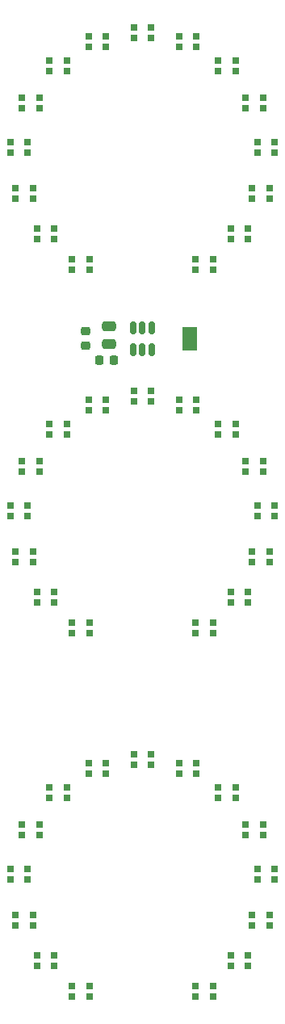
<source format=gbr>
%TF.GenerationSoftware,KiCad,Pcbnew,9.0.0*%
%TF.CreationDate,2025-03-15T09:27:42-04:00*%
%TF.ProjectId,cnc-hmi-encleds,636e632d-686d-4692-9d65-6e636c656473,rev?*%
%TF.SameCoordinates,Original*%
%TF.FileFunction,Soldermask,Top*%
%TF.FilePolarity,Negative*%
%FSLAX46Y46*%
G04 Gerber Fmt 4.6, Leading zero omitted, Abs format (unit mm)*
G04 Created by KiCad (PCBNEW 9.0.0) date 2025-03-15 09:27:42*
%MOMM*%
%LPD*%
G01*
G04 APERTURE LIST*
G04 Aperture macros list*
%AMRoundRect*
0 Rectangle with rounded corners*
0 $1 Rounding radius*
0 $2 $3 $4 $5 $6 $7 $8 $9 X,Y pos of 4 corners*
0 Add a 4 corners polygon primitive as box body*
4,1,4,$2,$3,$4,$5,$6,$7,$8,$9,$2,$3,0*
0 Add four circle primitives for the rounded corners*
1,1,$1+$1,$2,$3*
1,1,$1+$1,$4,$5*
1,1,$1+$1,$6,$7*
1,1,$1+$1,$8,$9*
0 Add four rect primitives between the rounded corners*
20,1,$1+$1,$2,$3,$4,$5,0*
20,1,$1+$1,$4,$5,$6,$7,0*
20,1,$1+$1,$6,$7,$8,$9,0*
20,1,$1+$1,$8,$9,$2,$3,0*%
%AMFreePoly0*
4,1,6,1.000000,0.000000,0.500000,-0.750000,-0.500000,-0.750000,-0.500000,0.750000,0.500000,0.750000,1.000000,0.000000,1.000000,0.000000,$1*%
%AMFreePoly1*
4,1,6,0.500000,-0.750000,-0.650000,-0.750000,-0.150000,0.000000,-0.650000,0.750000,0.500000,0.750000,0.500000,-0.750000,0.500000,-0.750000,$1*%
G04 Aperture macros list end*
%ADD10RoundRect,0.250000X-0.475000X0.250000X-0.475000X-0.250000X0.475000X-0.250000X0.475000X0.250000X0*%
%ADD11RoundRect,0.225000X-0.250000X0.225000X-0.250000X-0.225000X0.250000X-0.225000X0.250000X0.225000X0*%
%ADD12RoundRect,0.225000X0.225000X0.250000X-0.225000X0.250000X-0.225000X-0.250000X0.225000X-0.250000X0*%
%ADD13R,0.700000X0.700000*%
%ADD14FreePoly0,90.000000*%
%ADD15FreePoly1,90.000000*%
%ADD16RoundRect,0.150000X0.150000X-0.512500X0.150000X0.512500X-0.150000X0.512500X-0.150000X-0.512500X0*%
G04 APERTURE END LIST*
%TO.C,JP1*%
G36*
X160196000Y-77298000D02*
G01*
X161696000Y-77298000D01*
X161696000Y-74848000D01*
X160196000Y-74848000D01*
X160196000Y-77298000D01*
G37*
%TD*%
D10*
%TO.C,C3*%
X152527000Y-74742000D03*
X152527000Y-76642000D03*
%TD*%
D11*
%TO.C,C2*%
X150009800Y-75295800D03*
X150009800Y-76845800D03*
%TD*%
D12*
%TO.C,C1*%
X153048000Y-78359000D03*
X151498000Y-78359000D03*
%TD*%
D13*
%TO.C,D45*%
X161594800Y-143929130D03*
X161594800Y-145029130D03*
X163424800Y-145029130D03*
X163424800Y-143929130D03*
%TD*%
%TO.C,D1*%
X148594800Y-67729130D03*
X148594800Y-68829130D03*
X150424800Y-68829130D03*
X150424800Y-67729130D03*
%TD*%
%TO.C,D4*%
X142131151Y-55499309D03*
X142131151Y-56599309D03*
X143961151Y-56599309D03*
X143961151Y-55499309D03*
%TD*%
%TO.C,D23*%
X155094800Y-81570800D03*
X155094800Y-82670800D03*
X156924800Y-82670800D03*
X156924800Y-81570800D03*
%TD*%
%TO.C,D40*%
X163937046Y-123141126D03*
X163937046Y-124241126D03*
X165767046Y-124241126D03*
X165767046Y-123141126D03*
%TD*%
%TO.C,D21*%
X146252554Y-85041126D03*
X146252554Y-86141126D03*
X148082554Y-86141126D03*
X148082554Y-85041126D03*
%TD*%
%TO.C,D2*%
X144930991Y-64576167D03*
X144930991Y-65676167D03*
X146760991Y-65676167D03*
X146760991Y-64576167D03*
%TD*%
%TO.C,D35*%
X143382205Y-127030311D03*
X143382205Y-128130311D03*
X145212205Y-128130311D03*
X145212205Y-127030311D03*
%TD*%
%TO.C,D44*%
X165258609Y-140776167D03*
X165258609Y-141876167D03*
X167088609Y-141876167D03*
X167088609Y-140776167D03*
%TD*%
%TO.C,D43*%
X167517246Y-136502617D03*
X167517246Y-137602617D03*
X169347246Y-137602617D03*
X169347246Y-136502617D03*
%TD*%
%TO.C,D15*%
X161594800Y-67729130D03*
X161594800Y-68829130D03*
X163424800Y-68829130D03*
X163424800Y-67729130D03*
%TD*%
%TO.C,D3*%
X142672354Y-60302617D03*
X142672354Y-61402617D03*
X144502354Y-61402617D03*
X144502354Y-60302617D03*
%TD*%
%TO.C,D36*%
X146252554Y-123141126D03*
X146252554Y-124241126D03*
X148082554Y-124241126D03*
X148082554Y-123141126D03*
%TD*%
%TO.C,D8*%
X155094800Y-43470800D03*
X155094800Y-44570800D03*
X156924800Y-44570800D03*
X156924800Y-43470800D03*
%TD*%
%TO.C,D41*%
X166807395Y-127030311D03*
X166807395Y-128130311D03*
X168637395Y-128130311D03*
X168637395Y-127030311D03*
%TD*%
%TO.C,D28*%
X167517246Y-98402617D03*
X167517246Y-99502617D03*
X169347246Y-99502617D03*
X169347246Y-98402617D03*
%TD*%
%TO.C,D14*%
X165258609Y-64576167D03*
X165258609Y-65676167D03*
X167088609Y-65676167D03*
X167088609Y-64576167D03*
%TD*%
%TO.C,D34*%
X142131151Y-131699309D03*
X142131151Y-132799309D03*
X143961151Y-132799309D03*
X143961151Y-131699309D03*
%TD*%
%TO.C,D18*%
X142672354Y-98402617D03*
X142672354Y-99502617D03*
X144502354Y-99502617D03*
X144502354Y-98402617D03*
%TD*%
%TO.C,D31*%
X148594800Y-143929130D03*
X148594800Y-145029130D03*
X150424800Y-145029130D03*
X150424800Y-143929130D03*
%TD*%
%TO.C,D16*%
X148594800Y-105829130D03*
X148594800Y-106929130D03*
X150424800Y-106929130D03*
X150424800Y-105829130D03*
%TD*%
%TO.C,D37*%
X150345367Y-120569441D03*
X150345367Y-121669441D03*
X152175367Y-121669441D03*
X152175367Y-120569441D03*
%TD*%
%TO.C,D6*%
X146252554Y-46941126D03*
X146252554Y-48041126D03*
X148082554Y-48041126D03*
X148082554Y-46941126D03*
%TD*%
%TO.C,D24*%
X159844233Y-82469441D03*
X159844233Y-83569441D03*
X161674233Y-83569441D03*
X161674233Y-82469441D03*
%TD*%
D14*
%TO.C,JP1*%
X160946000Y-76798000D03*
D15*
X160946000Y-75348000D03*
%TD*%
D13*
%TO.C,D39*%
X159844233Y-120569441D03*
X159844233Y-121669441D03*
X161674233Y-121669441D03*
X161674233Y-120569441D03*
%TD*%
%TO.C,D12*%
X168058449Y-55499309D03*
X168058449Y-56599309D03*
X169888449Y-56599309D03*
X169888449Y-55499309D03*
%TD*%
%TO.C,D9*%
X159844233Y-44369441D03*
X159844233Y-45469441D03*
X161674233Y-45469441D03*
X161674233Y-44369441D03*
%TD*%
%TO.C,D30*%
X161594800Y-105829130D03*
X161594800Y-106929130D03*
X163424800Y-106929130D03*
X163424800Y-105829130D03*
%TD*%
%TO.C,D25*%
X163937046Y-85041126D03*
X163937046Y-86141126D03*
X165767046Y-86141126D03*
X165767046Y-85041126D03*
%TD*%
D16*
%TO.C,U1*%
X155059800Y-77218300D03*
X156009800Y-77218300D03*
X156959800Y-77218300D03*
X156959800Y-74943300D03*
X156009800Y-74943300D03*
X155059800Y-74943300D03*
%TD*%
D13*
%TO.C,D7*%
X150345367Y-44369441D03*
X150345367Y-45469441D03*
X152175367Y-45469441D03*
X152175367Y-44369441D03*
%TD*%
%TO.C,D32*%
X144930991Y-140776167D03*
X144930991Y-141876167D03*
X146760991Y-141876167D03*
X146760991Y-140776167D03*
%TD*%
%TO.C,D20*%
X143382205Y-88930311D03*
X143382205Y-90030311D03*
X145212205Y-90030311D03*
X145212205Y-88930311D03*
%TD*%
%TO.C,D27*%
X168058449Y-93599309D03*
X168058449Y-94699309D03*
X169888449Y-94699309D03*
X169888449Y-93599309D03*
%TD*%
%TO.C,D33*%
X142672354Y-136502617D03*
X142672354Y-137602617D03*
X144502354Y-137602617D03*
X144502354Y-136502617D03*
%TD*%
%TO.C,D38*%
X155094800Y-119670800D03*
X155094800Y-120770800D03*
X156924800Y-120770800D03*
X156924800Y-119670800D03*
%TD*%
%TO.C,D17*%
X144930991Y-102676167D03*
X144930991Y-103776167D03*
X146760991Y-103776167D03*
X146760991Y-102676167D03*
%TD*%
%TO.C,D13*%
X167517246Y-60302617D03*
X167517246Y-61402617D03*
X169347246Y-61402617D03*
X169347246Y-60302617D03*
%TD*%
%TO.C,D5*%
X143382205Y-50830311D03*
X143382205Y-51930311D03*
X145212205Y-51930311D03*
X145212205Y-50830311D03*
%TD*%
%TO.C,D42*%
X168058449Y-131699309D03*
X168058449Y-132799309D03*
X169888449Y-132799309D03*
X169888449Y-131699309D03*
%TD*%
%TO.C,D19*%
X142131151Y-93599309D03*
X142131151Y-94699309D03*
X143961151Y-94699309D03*
X143961151Y-93599309D03*
%TD*%
%TO.C,D10*%
X163937046Y-46941126D03*
X163937046Y-48041126D03*
X165767046Y-48041126D03*
X165767046Y-46941126D03*
%TD*%
%TO.C,D29*%
X165258609Y-102676167D03*
X165258609Y-103776167D03*
X167088609Y-103776167D03*
X167088609Y-102676167D03*
%TD*%
%TO.C,D11*%
X166807395Y-50830311D03*
X166807395Y-51930311D03*
X168637395Y-51930311D03*
X168637395Y-50830311D03*
%TD*%
%TO.C,D26*%
X166807395Y-88930311D03*
X166807395Y-90030311D03*
X168637395Y-90030311D03*
X168637395Y-88930311D03*
%TD*%
%TO.C,D22*%
X150345367Y-82469441D03*
X150345367Y-83569441D03*
X152175367Y-83569441D03*
X152175367Y-82469441D03*
%TD*%
M02*

</source>
